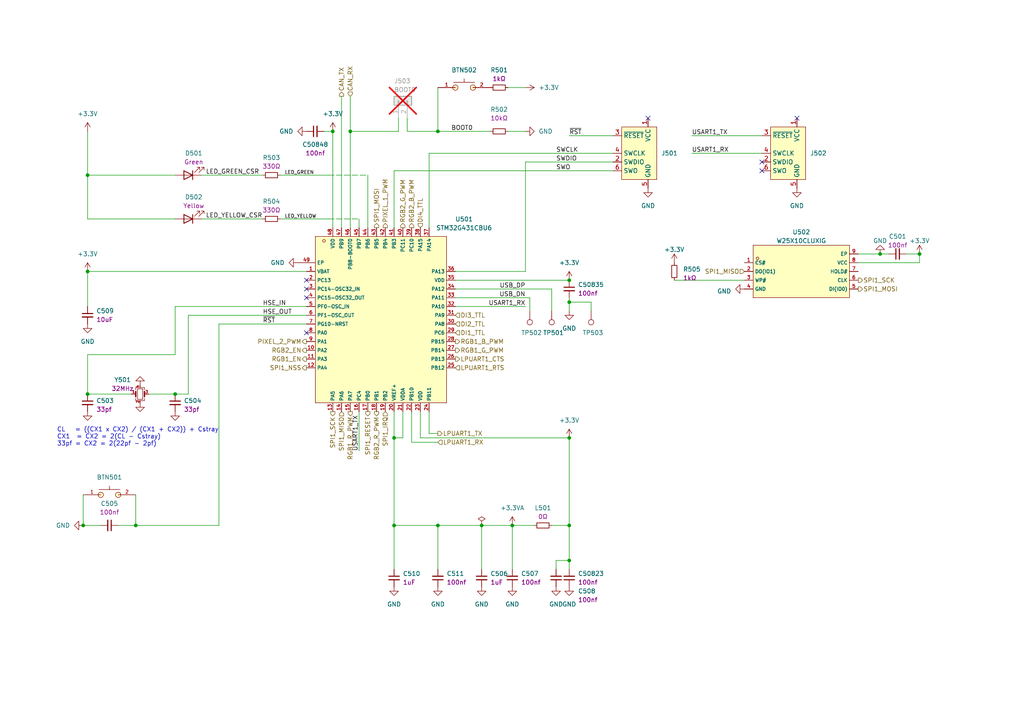
<source format=kicad_sch>
(kicad_sch (version 20230121) (generator eeschema)
  (paper "A4")
  (title_block (title "coneRGB2") (date "2023-03-20") (rev "1") (company "https://cone.codes") (comment 1 "https://github.com/connorrigby/underglow2") (comment 2 "Designed by Connor Rigby") (comment 3 "Main microcontroller handles all core functionality of the device") (comment 4 "STM32G4 Microcontroller"))
  (lib_symbols
    (symbol "Connector:Conn_ARM_SWD_TagConnect_TC2030" (in_bom no)
      (property "Reference" "J" (at 2.54 11.43 0))
      (property "Value" "Conn_ARM_SWD_TagConnect_TC2030" (at 5.08 8.89 0))
      (symbol "Conn_ARM_SWD_TagConnect_TC2030_0_0"
        (pin power_in line (at -2.54 10.16 270) (length 2.54) (name "VCC") (number "1"))
        (pin bidirectional line (at 7.62 -2.54 180) (length 2.54) (name "SWDIO") (number "2"))
        (pin open_collector line (at 7.62 5.08 180) (length 2.54) (name "~{RESET}") (number "3"))
        (pin output line (at 7.62 0 180) (length 2.54) (name "SWCLK") (number "4"))
        (pin power_in line (at -2.54 -10.16 90) (length 2.54) (name "GND") (number "5"))
        (pin input line (at 7.62 -5.08 180) (length 2.54) (name "SWO") (number "6"))
      )
      (symbol "Conn_ARM_SWD_TagConnect_TC2030_0_1"
        (rectangle (start -5.08 7.62) (end 5.08 -7.62) (fill (type background)))
      )
    )
    (symbol "Connector:Conn_ARM_SWD_TagConnect_TC2030-NL" (in_bom no)
      (property "Reference" "J" (at 2.54 11.43 0))
      (property "Value" "Conn_ARM_SWD_TagConnect_TC2030-NL" (at 2.54 8.89 0))
      (symbol "Conn_ARM_SWD_TagConnect_TC2030-NL_0_0"
        (pin power_in line (at -2.54 10.16 270) (length 2.54) (name "VCC") (number "1"))
        (pin bidirectional line (at 7.62 -2.54 180) (length 2.54) (name "SWDIO") (number "2"))
        (pin open_collector line (at 7.62 5.08 180) (length 2.54) (name "~{RESET}") (number "3"))
        (pin output line (at 7.62 0 180) (length 2.54) (name "SWCLK") (number "4"))
        (pin power_in line (at -2.54 -10.16 90) (length 2.54) (name "GND") (number "5"))
        (pin input line (at 7.62 -5.08 180) (length 2.54) (name "SWO") (number "6"))
      )
      (symbol "Conn_ARM_SWD_TagConnect_TC2030-NL_0_1"
        (rectangle (start -5.08 7.62) (end 5.08 -7.62) (fill (type background)))
      )
    )
    (symbol "Connector:TestPoint" (pin_numbers hide) (pin_names (offset 0.762) hide)
      (property "Reference" "TP" (at 0 6.858 0))
      (property "Value" "TestPoint" (at 0 5.08 0))
      (symbol "TestPoint_0_1"
        (circle (center 0 3.302) (radius 0.762))
      )
      (symbol "TestPoint_1_1"
        (pin passive line (at 0 0 90) (length 2.54) (name "1") (number "1"))
      )
    )
    (symbol "Connector_Generic:Conn_01x02" (pin_names (offset 1.016) hide)
      (property "Reference" "J" (at 0 2.54 0))
      (property "Value" "Conn_01x02" (at 0 -5.08 0))
      (symbol "Conn_01x02_1_1"
        (rectangle (start -1.27 -2.413) (end 0 -2.667) (stroke (width 0.1524)))
        (rectangle (start -1.27 0.127) (end 0 -0.127) (stroke (width 0.1524)))
        (rectangle (start -1.27 1.27) (end 1.27 -3.81) (stroke (width 0.254)) (fill (type background)))
        (pin passive line (at -5.08 0 0) (length 3.81) (name "Pin_1") (number "1"))
        (pin passive line (at -5.08 -2.54 0) (length 3.81) (name "Pin_2") (number "2"))
      )
    )
    (symbol "LCSC_Capacitor:C_0402_100nf_X7R" (pin_numbers hide) (pin_names (offset 0.254) hide) (in_bom no)
      (property "Reference" "C" (at 0.254 1.778 0))
      (property "Capacitance" "100nf" (at 0 0 0))
      (symbol "C_0402_100nf_X7R_0_1"
        (polyline (pts (xy -1.524 -0.508) (xy 1.524 -0.508)) (stroke (width 0.3302)))
        (polyline (pts (xy -1.524 0.508) (xy 1.524 0.508)) (stroke (width 0.3048)))
      )
      (symbol "C_0402_100nf_X7R_1_1"
        (pin passive line (at 0 2.54 270) (length 2.032) (name "~") (number "1"))
        (pin passive line (at 0 -2.54 90) (length 2.032) (name "~") (number "2"))
      )
    )
    (symbol "LCSC_Capacitor:C_0402_1u_X5R" (pin_numbers hide) (pin_names (offset 0.254) hide) (in_bom no)
      (property "Reference" "C" (at 0.254 1.778 0))
      (property "Capacitance" "1uF" (at 0 0 0))
      (symbol "C_0402_1u_X5R_0_1"
        (polyline (pts (xy -1.524 -0.508) (xy 1.524 -0.508)) (stroke (width 0.3302)))
        (polyline (pts (xy -1.524 0.508) (xy 1.524 0.508)) (stroke (width 0.3048)))
      )
      (symbol "C_0402_1u_X5R_1_1"
        (pin passive line (at 0 2.54 270) (length 2.032) (name "~") (number "1"))
        (pin passive line (at 0 -2.54 90) (length 2.032) (name "~") (number "2"))
      )
    )
    (symbol "LCSC_Capacitor:C_0402_33p_C0G" (pin_numbers hide) (pin_names (offset 0.254) hide) (in_bom no)
      (property "Reference" "C" (at 0.254 1.778 0))
      (property "Capacitance" "33pf" (at 0 0 0))
      (symbol "C_0402_33p_C0G_0_1"
        (polyline (pts (xy -1.524 -0.508) (xy 1.524 -0.508)) (stroke (width 0.3302)))
        (polyline (pts (xy -1.524 0.508) (xy 1.524 0.508)) (stroke (width 0.3048)))
      )
      (symbol "C_0402_33p_C0G_1_1"
        (pin passive line (at 0 2.54 270) (length 2.032) (name "~") (number "1"))
        (pin passive line (at 0 -2.54 90) (length 2.032) (name "~") (number "2"))
      )
    )
    (symbol "LCSC_Capacitor:C_0805_10u_X5R" (pin_numbers hide) (pin_names (offset 0.254) hide) (in_bom no)
      (property "Reference" "C" (at 0.254 1.778 0))
      (property "Capacitance" "10uF" (at 0 0 0))
      (symbol "C_0805_10u_X5R_0_1"
        (polyline (pts (xy -1.524 -0.508) (xy 1.524 -0.508)) (stroke (width 0.3302)))
        (polyline (pts (xy -1.524 0.508) (xy 1.524 0.508)) (stroke (width 0.3048)))
      )
      (symbol "C_0805_10u_X5R_1_1"
        (pin passive line (at 0 2.54 270) (length 2.032) (name "~") (number "1"))
        (pin passive line (at 0 -2.54 90) (length 2.032) (name "~") (number "2"))
      )
    )
    (symbol "LCSC_Crystal:32_Mhz" (pin_names (offset 1.016) hide) (in_bom no)
      (property "Reference" "Y" (at 1.27 4.445 0))
      (property "Value" "32_Mhz" (at 1.27 2.54 0))
      (property "Frequency" "32MHz" (at 0 0 0))
      (symbol "32_Mhz_0_1"
        (rectangle (start -0.762 -1.524) (end 0.762 1.524))
        (polyline (pts (xy -1.27 -0.762) (xy -1.27 0.762)) (stroke (width 0.381)))
        (polyline (pts (xy 1.27 -0.762) (xy 1.27 0.762)) (stroke (width 0.381)))
        (polyline (pts (xy -1.27 -1.27) (xy -1.27 -1.905) (xy 1.27 -1.905) (xy 1.27 -1.27)))
        (polyline (pts (xy -1.27 1.27) (xy -1.27 1.905) (xy 1.27 1.905) (xy 1.27 1.27)))
      )
      (symbol "32_Mhz_1_1"
        (pin passive line (at -2.54 0 0) (length 1.27) (name "1") (number "1"))
        (pin passive line (at 0 -2.54 90) (length 0.635) (name "2") (number "2"))
        (pin passive line (at 2.54 0 180) (length 1.27) (name "3") (number "3"))
        (pin passive line (at 0 2.54 270) (length 0.635) (name "4") (number "4"))
      )
    )
    (symbol "LCSC_LED:LED_0603_GREEN" (pin_numbers hide) (pin_names (offset 1.016) hide) (in_bom no)
      (property "Reference" "D" (at 0 2.54 0))
      (property "Color" "Green" (at 0 0 0))
      (symbol "LED_0603_GREEN_0_1"
        (polyline (pts (xy -1.27 -1.27) (xy -1.27 1.27)) (stroke (width 0.254)))
        (polyline (pts (xy -1.27 0) (xy 1.27 0)))
        (polyline (pts (xy 1.27 -1.27) (xy 1.27 1.27) (xy -1.27 0) (xy 1.27 -1.27)) (stroke (width 0.254)))
        (polyline (pts (xy -3.048 -0.762) (xy -4.572 -2.286) (xy -3.81 -2.286) (xy -4.572 -2.286) (xy -4.572 -1.524)))
        (polyline (pts (xy -1.778 -0.762) (xy -3.302 -2.286) (xy -2.54 -2.286) (xy -3.302 -2.286) (xy -3.302 -1.524)))
      )
      (symbol "LED_0603_GREEN_1_1"
        (pin passive line (at -3.81 0 0) (length 2.54) (name "K") (number "1"))
        (pin passive line (at 3.81 0 180) (length 2.54) (name "A") (number "2"))
      )
    )
    (symbol "LCSC_LED:LED_0603_YELLOW" (pin_numbers hide) (pin_names (offset 1.016) hide) (in_bom no)
      (property "Reference" "D" (at 0 2.54 0))
      (property "Color" "Yellow" (at 0 0 0))
      (symbol "LED_0603_YELLOW_0_1"
        (polyline (pts (xy -1.27 -1.27) (xy -1.27 1.27)) (stroke (width 0.254)))
        (polyline (pts (xy -1.27 0) (xy 1.27 0)))
        (polyline (pts (xy 1.27 -1.27) (xy 1.27 1.27) (xy -1.27 0) (xy 1.27 -1.27)) (stroke (width 0.254)))
        (polyline (pts (xy -3.048 -0.762) (xy -4.572 -2.286) (xy -3.81 -2.286) (xy -4.572 -2.286) (xy -4.572 -1.524)))
        (polyline (pts (xy -1.778 -0.762) (xy -3.302 -2.286) (xy -2.54 -2.286) (xy -3.302 -2.286) (xy -3.302 -1.524)))
      )
      (symbol "LED_0603_YELLOW_1_1"
        (pin passive line (at -3.81 0 0) (length 2.54) (name "K") (number "1"))
        (pin passive line (at 3.81 0 180) (length 2.54) (name "A") (number "2"))
      )
    )
    (symbol "LCSC_Microcontroller:STM32G431CBU6"
      (property "Reference" "U" (at 0 15.24 0))
      (property "Value" "STM32G431CBU6" (at 0 11.43 0))
      (symbol "STM32G431CBU6_0_1"
        (rectangle (start -20.32 24.13) (end 17.78 -24.13) (fill (type background)))
        (circle (center -17.78 22.86) (radius 0.381) (fill (type background)))
        (pin power_in line (at -22.86 13.97 0) (length 2.54) (name "VBAT") (number "1"))
        (pin bidirectional line (at -22.86 -8.89 0) (length 2.54) (name "PA2") (number "10"))
        (pin bidirectional line (at -22.86 -11.43 0) (length 2.54) (name "PA3") (number "11"))
        (pin bidirectional line (at -22.86 -13.97 0) (length 2.54) (name "PA4") (number "12"))
        (pin bidirectional line (at -15.24 -26.67 90) (length 2.54) (name "PA5") (number "13"))
        (pin bidirectional line (at -12.7 -26.67 90) (length 2.54) (name "PA6") (number "14"))
        (pin bidirectional line (at -10.16 -26.67 90) (length 2.54) (name "PA7") (number "15"))
        (pin bidirectional line (at -7.62 -26.67 90) (length 2.54) (name "PC4") (number "16"))
        (pin bidirectional line (at -5.08 -26.67 90) (length 2.54) (name "PB0") (number "17"))
        (pin bidirectional line (at -2.54 -26.67 90) (length 2.54) (name "PB1") (number "18"))
        (pin bidirectional line (at 0 -26.67 90) (length 2.54) (name "PB2") (number "19"))
        (pin bidirectional line (at -22.86 11.43 0) (length 2.54) (name "PC13") (number "2"))
        (pin power_in line (at 2.54 -26.67 90) (length 2.54) (name "VREF+") (number "20"))
        (pin power_in line (at 5.08 -26.67 90) (length 2.54) (name "VDDA") (number "21"))
        (pin bidirectional line (at 7.62 -26.67 90) (length 2.54) (name "PB10") (number "22"))
        (pin power_in line (at 10.16 -26.67 90) (length 2.54) (name "VDD") (number "23"))
        (pin bidirectional line (at 12.7 -26.67 90) (length 2.54) (name "PB11") (number "24"))
        (pin bidirectional line (at 20.32 -13.97 180) (length 2.54) (name "PB12") (number "25"))
        (pin bidirectional line (at 20.32 -11.43 180) (length 2.54) (name "PB13") (number "26"))
        (pin bidirectional line (at 20.32 -8.89 180) (length 2.54) (name "PB14") (number "27"))
        (pin bidirectional line (at 20.32 -6.35 180) (length 2.54) (name "PB15") (number "28"))
        (pin bidirectional line (at 20.32 -3.81 180) (length 2.54) (name "PC6") (number "29"))
        (pin bidirectional line (at -22.86 8.89 0) (length 2.54) (name "PC14-OSC32_IN") (number "3"))
        (pin bidirectional line (at 20.32 -1.27 180) (length 2.54) (name "PA8") (number "30"))
        (pin bidirectional line (at 20.32 1.27 180) (length 2.54) (name "PA9") (number "31"))
        (pin bidirectional line (at 20.32 3.81 180) (length 2.54) (name "PA10") (number "32"))
        (pin bidirectional line (at 20.32 6.35 180) (length 2.54) (name "PA11") (number "33"))
        (pin bidirectional line (at 20.32 8.89 180) (length 2.54) (name "PA12") (number "34"))
        (pin power_in line (at 20.32 11.43 180) (length 2.54) (name "VDD") (number "35"))
        (pin bidirectional line (at 20.32 13.97 180) (length 2.54) (name "PA13") (number "36"))
        (pin bidirectional line (at 12.7 26.67 270) (length 2.54) (name "PA14") (number "37"))
        (pin bidirectional line (at 10.16 26.67 270) (length 2.54) (name "PA15") (number "38"))
        (pin bidirectional line (at 7.62 26.67 270) (length 2.54) (name "PC10") (number "39"))
        (pin bidirectional line (at -22.86 6.35 0) (length 2.54) (name "PC15-OSC32_OUT") (number "4"))
        (pin bidirectional line (at 5.08 26.67 270) (length 2.54) (name "PC11") (number "40"))
        (pin bidirectional line (at 2.54 26.67 270) (length 2.54) (name "PB3") (number "41"))
        (pin bidirectional line (at 0 26.67 270) (length 2.54) (name "PB4") (number "42"))
        (pin bidirectional line (at -2.54 26.67 270) (length 2.54) (name "PB5") (number "43"))
        (pin bidirectional line (at -5.08 26.67 270) (length 2.54) (name "PB6") (number "44"))
        (pin bidirectional line (at -7.62 26.67 270) (length 2.54) (name "PB7") (number "45"))
        (pin bidirectional line (at -10.16 26.67 270) (length 2.54) (name "PB8-BOOT0") (number "46"))
        (pin bidirectional line (at -12.7 26.67 270) (length 2.54) (name "PB9") (number "47"))
        (pin power_in line (at -15.24 26.67 270) (length 2.54) (name "VDD") (number "48"))
        (pin power_in line (at -25.4 16.51 0) (length 5.08) (name "EP") (number "49"))
        (pin bidirectional line (at -22.86 3.81 0) (length 2.54) (name "PF0-OSC_IN") (number "5"))
        (pin bidirectional line (at -22.86 1.27 0) (length 2.54) (name "PF1-OSC_OUT") (number "6"))
        (pin bidirectional line (at -22.86 -1.27 0) (length 2.54) (name "PG10-NRST") (number "7"))
        (pin bidirectional line (at -22.86 -3.81 0) (length 2.54) (name "PA0") (number "8"))
        (pin bidirectional line (at -22.86 -6.35 0) (length 2.54) (name "PA1") (number "9"))
      )
    )
    (symbol "LCSC_Microcontroller:W25X10CLUXIG"
      (property "Reference" "U" (at 0 8.89 0))
      (property "Value" "W25X10CLUXIG" (at 0 -2.54 0))
      (symbol "W25X10CLUXIG_0_1"
        (rectangle (start -13.97 7.62) (end 13.97 -7.62) (fill (type background)))
        (circle (center -12.7 3.81) (radius 0.381) (fill (type background)))
        (pin input line (at -16.51 2.54 0) (length 2.54) (name "CS#") (number "1"))
        (pin bidirectional line (at -16.51 0 0) (length 2.54) (name "DO(IO1)") (number "2"))
        (pin input line (at -16.51 -2.54 0) (length 2.54) (name "WP#") (number "3"))
        (pin power_in line (at -16.51 -5.08 0) (length 2.54) (name "GND") (number "4"))
        (pin bidirectional line (at 16.51 -5.08 180) (length 2.54) (name "DI(IO0)") (number "5"))
        (pin input line (at 16.51 -2.54 180) (length 2.54) (name "CLK") (number "6"))
        (pin input line (at 16.51 0 180) (length 2.54) (name "HOLD#") (number "7"))
        (pin power_in line (at 16.51 2.54 180) (length 2.54) (name "VCC") (number "8"))
        (pin power_in line (at 16.51 5.08 180) (length 2.54) (name "EP") (number "9"))
      )
    )
    (symbol "LCSC_Resistor:R_0402_0" (pin_numbers hide) (pin_names (offset 0.254) hide) (in_bom no)
      (property "Reference" "R" (at 0.762 0.508 0))
      (property "Resistance" "0Ω" (at 0 0 0))
      (symbol "R_0402_0_0_1"
        (rectangle (start -0.762 1.778) (end 0.762 -1.778) (stroke (width 0.2032)))
      )
      (symbol "R_0402_0_1_1"
        (pin passive line (at 0 2.54 270) (length 0.762) (name "~") (number "1"))
        (pin passive line (at 0 -2.54 90) (length 0.762) (name "~") (number "2"))
      )
    )
    (symbol "LCSC_Resistor:R_0402_10k" (pin_numbers hide) (pin_names (offset 0.254) hide) (in_bom no)
      (property "Reference" "R" (at 0.762 0.508 0))
      (property "Resistance" "10kΩ" (at 0 0 0))
      (symbol "R_0402_10k_0_1"
        (rectangle (start -0.762 1.778) (end 0.762 -1.778) (stroke (width 0.2032)))
      )
      (symbol "R_0402_10k_1_1"
        (pin passive line (at 0 2.54 270) (length 0.762) (name "~") (number "1"))
        (pin passive line (at 0 -2.54 90) (length 0.762) (name "~") (number "2"))
      )
    )
    (symbol "LCSC_Resistor:R_0402_1k" (pin_numbers hide) (pin_names (offset 0.254) hide) (in_bom no)
      (property "Reference" "R" (at 0.762 0.508 0))
      (property "Resistance" "1kΩ" (at 0 0 0))
      (symbol "R_0402_1k_0_1"
        (rectangle (start -0.762 1.778) (end 0.762 -1.778) (stroke (width 0.2032)))
      )
      (symbol "R_0402_1k_1_1"
        (pin passive line (at 0 2.54 270) (length 0.762) (name "~") (number "1"))
        (pin passive line (at 0 -2.54 90) (length 0.762) (name "~") (number "2"))
      )
    )
    (symbol "LCSC_Resistor:R_0603_330" (pin_numbers hide) (pin_names (offset 0.254) hide) (in_bom no)
      (property "Reference" "R" (at 0.762 0.508 0))
      (property "Resistance" "330Ω" (at 0 0 0))
      (symbol "R_0603_330_0_1"
        (rectangle (start -0.762 1.778) (end 0.762 -1.778) (stroke (width 0.2032)))
      )
      (symbol "R_0603_330_1_1"
        (pin passive line (at 0 2.54 270) (length 0.762) (name "~") (number "1"))
        (pin passive line (at 0 -2.54 90) (length 0.762) (name "~") (number "2"))
      )
    )
    (symbol "LCSC_Tactile_Switch:GT-TC029B-H025-L1N" (pin_names hide)
      (property "Reference" "BTN" (at 0 3.81 0))
      (property "MPN" "GT-TC029B-H025-L1N" (at 0 0 0))
      (symbol "GT-TC029B-H025-L1N_0_1"
        (circle (center -2.54 0) (radius 0.762) (fill (type background)))
        (polyline (pts (xy -3.048 1.524) (xy 3.048 1.524)))
        (polyline (pts (xy 0 1.524) (xy 0 2.54)))
        (circle (center 2.54 0) (radius 0.762) (fill (type background)))
        (pin passive line (at -7.62 0 0) (length 5.08) (name "1") (number "1"))
        (pin passive line (at 7.62 0 180) (length 5.08) (name "2") (number "2"))
      )
    )
    (symbol "power:+3.3V" (power) (pin_names (offset 0))
      (property "Value" "+3.3V" (at 0 3.556 0))
      (symbol "+3.3V_0_1"
        (polyline (pts (xy -0.762 1.27) (xy 0 2.54)))
        (polyline (pts (xy 0 0) (xy 0 2.54)))
        (polyline (pts (xy 0 2.54) (xy 0.762 1.27)))
      )
      (symbol "+3.3V_1_1"
        (pin power_in line (at 0 0 90) (length 0) hide (name "+3.3V") (number "1"))
      )
    )
    (symbol "power:+3.3VA" (power) (pin_names (offset 0))
      (property "Value" "+3.3VA" (at 0 3.556 0))
      (symbol "+3.3VA_0_1"
        (polyline (pts (xy -0.762 1.27) (xy 0 2.54)))
        (polyline (pts (xy 0 0) (xy 0 2.54)))
        (polyline (pts (xy 0 2.54) (xy 0.762 1.27)))
      )
      (symbol "+3.3VA_1_1"
        (pin power_in line (at 0 0 90) (length 0) hide (name "+3.3VA") (number "1"))
      )
    )
    (symbol "power:GND" (power) (pin_names (offset 0))
      (property "Value" "GND" (at 0 -3.81 0))
      (symbol "GND_0_1"
        (polyline (pts (xy 0 0) (xy 0 -1.27) (xy 1.27 -1.27) (xy 0 -2.54) (xy -1.27 -1.27) (xy 0 -1.27)))
      )
      (symbol "GND_1_1"
        (pin power_in line (at 0 0 270) (length 0) hide (name "GND") (number "1"))
      )
    )
    (symbol "power:PWR_FLAG" (power) (pin_numbers hide) (pin_names (offset 0) hide)
      (property "Value" "PWR_FLAG" (at 0 3.81 0))
      (symbol "PWR_FLAG_0_0"
        (pin power_out line (at 0 0 90) (length 0) (name "pwr") (number "1"))
      )
      (symbol "PWR_FLAG_0_1"
        (polyline (pts (xy 0 0) (xy 0 1.27) (xy -1.016 1.905) (xy 0 2.54) (xy 1.016 1.905) (xy 0 1.27)))
      )
    )
  )
  (junction (at 255.27 73.66))
  (junction (at 25.4 50.8))
  (junction (at 24.13 152.4))
  (junction (at 165.1 81.28))
  (junction (at 25.4 78.74))
  (junction (at 127 38.1))
  (junction (at 101.6 38.1))
  (junction (at 50.8 114.3))
  (junction (at 114.3 127))
  (junction (at 165.1 87.63))
  (junction (at 165.1 127))
  (junction (at 96.52 38.1))
  (junction (at 165.1 162.56))
  (junction (at 139.7 152.4))
  (junction (at 25.4 114.3))
  (junction (at 114.3 152.4))
  (junction (at 266.7 73.66))
  (junction (at 127 152.4))
  (junction (at 148.59 152.4))
  (junction (at 39.37 152.4))
  (junction (at 165.1 152.4))
  (no_connect (at 231.14 34.29))
  (no_connect (at 88.9 81.28))
  (no_connect (at 88.9 96.52))
  (no_connect (at 220.98 46.99))
  (no_connect (at 187.96 34.29))
  (no_connect (at 88.9 83.82))
  (no_connect (at 220.98 49.53))
  (no_connect (at 88.9 86.36))
  (wire (pts (xy 124.46 66.04) (xy 124.46 44.45)))
  (wire (pts (xy 50.8 88.9) (xy 50.8 102.87)))
  (wire (pts (xy 255.27 73.66) (xy 257.81 73.66)))
  (wire (pts (xy 95.25 50.8) (xy 106.68 50.8)) (stroke (width 0) (type dash)))
  (wire (pts (xy 165.1 127) (xy 165.1 152.4)))
  (wire (pts (xy 115.57 34.29) (xy 115.57 38.1)))
  (wire (pts (xy 25.4 38.1) (xy 25.4 50.8)))
  (wire (pts (xy 147.32 38.1) (xy 152.4 38.1)))
  (wire (pts (xy 114.3 152.4) (xy 114.3 165.1)))
  (wire (pts (xy 63.5 152.4) (xy 39.37 152.4)))
  (wire (pts (xy 132.08 83.82) (xy 160.02 83.82)))
  (wire (pts (xy 132.08 86.36) (xy 153.67 86.36)))
  (wire (pts (xy 101.6 38.1) (xy 101.6 66.04)))
  (wire (pts (xy 39.37 152.4) (xy 34.29 152.4)))
  (wire (pts (xy 165.1 127) (xy 121.92 127)))
  (wire (pts (xy 114.3 49.53) (xy 114.3 66.04)))
  (wire (pts (xy 127 125.73) (xy 124.46 125.73)))
  (wire (pts (xy 165.1 162.56) (xy 165.1 152.4)))
  (wire (pts (xy 161.29 162.56) (xy 165.1 162.56)))
  (wire (pts (xy 124.46 44.45) (xy 177.8 44.45)))
  (wire (pts (xy 165.1 87.63) (xy 165.1 86.36)))
  (wire (pts (xy 160.02 83.82) (xy 160.02 90.17)))
  (wire (pts (xy 132.08 88.9) (xy 152.4 88.9)))
  (wire (pts (xy 104.14 130.81) (xy 104.14 119.38)))
  (wire (pts (xy 25.4 50.8) (xy 50.8 50.8)))
  (wire (pts (xy 114.3 127) (xy 114.3 152.4)))
  (wire (pts (xy 24.13 143.51) (xy 24.13 152.4)))
  (wire (pts (xy 25.4 102.87) (xy 50.8 102.87)))
  (wire (pts (xy 165.1 90.17) (xy 165.1 87.63)))
  (wire (pts (xy 248.92 73.66) (xy 255.27 73.66)))
  (wire (pts (xy 127 38.1) (xy 142.24 38.1)))
  (wire (pts (xy 127 25.4) (xy 127 38.1)))
  (wire (pts (xy 101.6 38.1) (xy 115.57 38.1)))
  (wire (pts (xy 96.52 38.1) (xy 93.98 38.1)))
  (wire (pts (xy 81.28 63.5) (xy 95.25 63.5)))
  (wire (pts (xy 171.45 87.63) (xy 171.45 90.17)))
  (wire (pts (xy 153.67 90.17) (xy 153.67 86.36)))
  (wire (pts (xy 81.28 50.8) (xy 95.25 50.8)))
  (wire (pts (xy 165.1 165.1) (xy 165.1 162.56)))
  (wire (pts (xy 220.98 44.45) (xy 200.66 44.45)))
  (wire (pts (xy 39.37 143.51) (xy 39.37 152.4)))
  (wire (pts (xy 195.58 81.28) (xy 215.9 81.28)))
  (wire (pts (xy 58.42 63.5) (xy 76.2 63.5)))
  (wire (pts (xy 101.6 27.94) (xy 101.6 38.1)))
  (wire (pts (xy 88.9 93.98) (xy 63.5 93.98)))
  (wire (pts (xy 160.02 152.4) (xy 165.1 152.4)))
  (wire (pts (xy 118.11 34.29) (xy 118.11 38.1)))
  (wire (pts (xy 119.38 119.38) (xy 119.38 128.27)))
  (wire (pts (xy 177.8 49.53) (xy 114.3 49.53)))
  (wire (pts (xy 96.52 38.1) (xy 96.52 66.04)))
  (wire (pts (xy 266.7 76.2) (xy 266.7 73.66)))
  (wire (pts (xy 63.5 93.98) (xy 63.5 152.4)))
  (wire (pts (xy 54.61 91.44) (xy 88.9 91.44)))
  (wire (pts (xy 139.7 152.4) (xy 127 152.4)))
  (wire (pts (xy 124.46 125.73) (xy 124.46 119.38)))
  (wire (pts (xy 200.66 39.37) (xy 220.98 39.37)))
  (wire (pts (xy 25.4 78.74) (xy 88.9 78.74)))
  (wire (pts (xy 43.18 114.3) (xy 50.8 114.3)))
  (wire (pts (xy 25.4 63.5) (xy 50.8 63.5)))
  (wire (pts (xy 262.89 73.66) (xy 266.7 73.66)))
  (wire (pts (xy 127 128.27) (xy 119.38 128.27)))
  (wire (pts (xy 121.92 127) (xy 121.92 119.38)))
  (wire (pts (xy 99.06 27.94) (xy 99.06 66.04)))
  (wire (pts (xy 148.59 152.4) (xy 139.7 152.4)))
  (wire (pts (xy 152.4 46.99) (xy 177.8 46.99)))
  (wire (pts (xy 148.59 165.1) (xy 148.59 152.4)))
  (wire (pts (xy 161.29 165.1) (xy 161.29 162.56)))
  (wire (pts (xy 24.13 152.4) (xy 29.21 152.4)))
  (wire (pts (xy 104.14 63.5) (xy 104.14 66.04)))
  (wire (pts (xy 114.3 127) (xy 116.84 127)))
  (wire (pts (xy 116.84 119.38) (xy 116.84 127)))
  (wire (pts (xy 147.32 25.4) (xy 152.4 25.4)))
  (wire (pts (xy 25.4 88.9) (xy 25.4 78.74)))
  (wire (pts (xy 165.1 87.63) (xy 171.45 87.63)))
  (wire (pts (xy 25.4 50.8) (xy 25.4 63.5)))
  (wire (pts (xy 25.4 114.3) (xy 38.1 114.3)))
  (wire (pts (xy 248.92 76.2) (xy 266.7 76.2)))
  (wire (pts (xy 114.3 119.38) (xy 114.3 127)))
  (wire (pts (xy 132.08 78.74) (xy 152.4 78.74)))
  (wire (pts (xy 95.25 63.5) (xy 104.14 63.5)) (stroke (width 0) (type dash)))
  (wire (pts (xy 148.59 152.4) (xy 154.94 152.4)))
  (wire (pts (xy 127 152.4) (xy 114.3 152.4)))
  (wire (pts (xy 177.8 39.37) (xy 165.1 39.37)))
  (wire (pts (xy 58.42 50.8) (xy 76.2 50.8)))
  (wire (pts (xy 50.8 114.3) (xy 54.61 114.3)))
  (wire (pts (xy 50.8 88.9) (xy 88.9 88.9)))
  (wire (pts (xy 152.4 78.74) (xy 152.4 46.99)))
  (wire (pts (xy 132.08 81.28) (xy 165.1 81.28)))
  (wire (pts (xy 127 165.1) (xy 127 152.4)))
  (wire (pts (xy 118.11 38.1) (xy 127 38.1)))
  (wire (pts (xy 25.4 114.3) (xy 25.4 102.87)))
  (wire (pts (xy 106.68 50.8) (xy 106.68 66.04)))
  (wire (pts (xy 54.61 114.3) (xy 54.61 91.44)))
  (wire (pts (xy 139.7 165.1) (xy 139.7 152.4)))
  (text "CL   = ((CX1 x CX2) / (CX1 + CX2)) + Cstray\nCX1  = CX2 = 2(CL - Cstray)\n33pf = CX2 = 2(22pf - 2pf)" (at 16.51 129.54 0) (effects (font (size 1.27 1.27)) (justify left bottom)))
  (label "LED_GREEN" (at 82.55 50.8 0) (effects (font (size 1 1))) (property "Netclass" "GPIO" (effects hide)))
  (label "HSE_OUT" (at 76.2 91.44 0))
  (label "LED_YELLOW" (at 82.55 63.5 0) (effects (font (size 1 1))) (property "Netclass" "GPIO" (effects hide)))
  (label "HSE_IN" (at 76.2 88.9 0))
  (label "LED_GREEN_CSR" (at 59.69 50.8 0) (property "Netclass" "GPIO" (effects hide)))
  (label "USART1_RX" (at 200.66 44.45 0) (property "Netclass" "UART" (effects hide)))
  (label "USART1_TX" (at 200.66 39.37 0) (property "Netclass" "UART" (effects hide)))
  (label "SWCLK" (at 161.29 44.45 0) (property "Netclass" "SPI" (effects hide)))
  (label "SWO" (at 161.29 49.53 0) (property "Netclass" "SPI" (effects hide)))
  (label "USART1_TX" (at 104.14 130.81 90))
  (label "~{RST}" (at 165.1 39.37 0) (property "Netclass" "GPIO" (effects hide)))
  (label "SWDIO" (at 161.29 46.99 0) (property "Netclass" "SPI" (effects hide)))
  (label "USB_DN" (at 152.4 86.36 180) (property "Netclass" "USB" (effects hide)))
  (label "BOOT0" (at 137.16 38.1 180) (property "Netclass" "GPIO" (effects hide)))
  (label "USART1_RX" (at 152.4 88.9 180))
  (label "USB_DP" (at 152.4 83.82 180) (property "Netclass" "USB" (effects hide)))
  (label "LED_YELLOW_CSR" (at 59.69 63.5 0) (property "Netclass" "GPIO" (effects hide)))
  (label "~{RST}" (at 76.2 93.98 0))
  (hierarchical_label "CAN_TX" (shape output) (at 99.06 27.94 90))
  (hierarchical_label "PIXEL_2_PWM" (shape output) (at 88.9 99.06 180))
  (hierarchical_label "PIXEL_1_PWM" (shape output) (at 111.76 66.04 90))
  (hierarchical_label "RGB2_R_PWM" (shape output) (at 109.22 119.38 270))
  (hierarchical_label "SPI1_MISO" (shape input) (at 215.9 78.74 180))
  (hierarchical_label "DI3_TTL" (shape input) (at 132.08 91.44 0))
  (hierarchical_label "LPUART1_RTS" (shape input) (at 132.08 106.68 0))
  (hierarchical_label "DI1_TTL" (shape input) (at 132.08 96.52 0))
  (hierarchical_label "RGB2_G_PWM" (shape output) (at 116.84 66.04 90))
  (hierarchical_label "SPI1_NSS" (shape output) (at 88.9 106.68 180))
  (hierarchical_label "RGB1_B_PWM" (shape output) (at 132.08 99.06 0))
  (hierarchical_label "SPI1_RESET" (shape output) (at 106.68 119.38 270))
  (hierarchical_label "SPI1_MOSI" (shape output) (at 109.22 66.04 90))
  (hierarchical_label "LPUART1_RX" (shape input) (at 127 128.27 0))
  (hierarchical_label "LPUART1_TX" (shape output) (at 127 125.73 0))
  (hierarchical_label "RGB1_R_PWM" (shape output) (at 101.6 119.38 270))
  (hierarchical_label "SPI1_MOSI" (shape output) (at 248.92 83.82 0))
  (hierarchical_label "SPI1_SCK" (shape output) (at 96.52 119.38 270))
  (hierarchical_label "DI2_TTL" (shape input) (at 132.08 93.98 0))
  (hierarchical_label "RGB1_EN" (shape output) (at 88.9 104.14 180))
  (hierarchical_label "DI4_TTL" (shape input) (at 121.92 66.04 90))
  (hierarchical_label "RGB2_EN" (shape output) (at 88.9 101.6 180))
  (hierarchical_label "SPI1_MISO" (shape input) (at 99.06 119.38 270))
  (hierarchical_label "RGB2_B_PWM" (shape output) (at 119.38 66.04 90))
  (hierarchical_label "RGB1_G_PWM" (shape output) (at 132.08 101.6 0))
  (hierarchical_label "SPI1_SCK" (shape output) (at 248.92 81.28 0))
  (hierarchical_label "SPI1_IRQ" (shape input) (at 111.76 119.38 270))
  (hierarchical_label "LPUART1_CTS" (shape output) (at 132.08 104.14 0))
  (hierarchical_label "CAN_RX" (shape input) (at 101.6 27.94 90))
  (symbol (lib_id "power:GND") (at 25.4 119.38 0) (unit 1)
    (property "Reference" "#PWR0142" (effects hide))
    (property "Value" "GND" (effects hide))
  )
  (symbol (lib_id "power:GND") (at 40.64 116.84 0) (unit 1)
    (property "Reference" "#PWR0141" (effects hide))
    (property "Value" "GND" (effects hide))
  )
  (symbol (lib_id "power:PWR_FLAG") (at 139.7 152.4 0) (unit 1)
    (property "Reference" "#FLG0501" (effects hide))
    (property "Value" "PWR_FLAG" (effects hide))
  )
  (symbol (lib_id "power:+3.3V") (at 152.4 25.4 270) (unit 1)
    (property "Reference" "#PWR0502" (effects hide))
    (property "Value" "+3.3V" (at 156.21 25.4 90) (effects (justify left)))
  )
  (symbol (lib_id "LCSC_Microcontroller:W25X10CLUXIG") (at 232.41 78.74 0) (unit 1)
    (property "Reference" "U502" (at 232.41 67.31 0))
    (property "Value" "W25X10CLUXIG" (at 232.41 69.85 0))
    (property "Footprint" "LCSC_Microcontroller:USON-8_L3.0-W2.0-P0.50-BL-EP-1" (effects hide))
    (property "Datasheet" "https://img.jlc.com/pdf/applyPasteComponent/2022-02-21/143148F/fc83f02607784358a8728562a24cd6ca/MX25R2035FZUIL0.pdf" (effects hide))
    (property "LCSC" "C2895612" (effects hide))
  )
  (symbol (lib_id "LCSC_Crystal:32_Mhz") (at 40.64 114.3 0) (unit 1)
    (property "Reference" "Y501" (at 35.56 110.1598 0))
    (property "Value" "32_Mhz" (effects hide))
    (property "Footprint" "Crystal:Crystal_SMD_3225-4Pin_3.2x2.5mm" (effects hide))
    (property "Datasheet" "https://datasheet.lcsc.com/lcsc/2208241730_TAE-Zhejiang-Abel-Elec-TAXM32M4RLBCDT2T_C5143379.pdf" (effects hide))
    (property "MPN" "TAXM32M4RLBCDT2T" (effects hide))
    (property "LCSC" "C5143379" (effects hide))
    (property "Frequency" "32MHz" (at 35.56 112.6998 0))
  )
  (symbol (lib_id "LCSC_Capacitor:C_0402_1u_X5R") (at 114.3 167.64 0) (unit 1)
    (property "Reference" "C510" (at 116.84 166.3762 0) (effects (justify left)))
    (property "Value" "C_0402_1u_X5R" (effects hide))
    (property "Footprint" "Capacitor_SMD:C_0402_1005Metric" (effects hide))
    (property "Datasheet" "https://datasheet.lcsc.com/lcsc/1810252040_Samsung-Electro-Mechanics-CL05A105KL5NRNC_C307413.pdf" (effects hide))
    (property "MPN" "CL05A105KL5NRNC" (effects hide))
    (property "LCSC" "C307413" (effects hide))
    (property "Capacitance" "1uF" (at 116.84 168.9162 0) (effects (justify left)))
    (property "Voltage" "35V" (effects hide))
    (property "Temperature" "X5R" (effects hide))
  )
  (symbol (lib_id "LCSC_Capacitor:C_0402_100nf_X7R") (at 148.59 167.64 180) (unit 1)
    (property "Reference" "C507" (at 151.13 166.3635 0) (effects (justify right)))
    (property "Value" "C_0402_100nf_X7R" (effects hide))
    (property "Footprint" "Capacitor_SMD:C_0402_1005Metric" (effects hide))
    (property "Datasheet" "https://datasheet.lcsc.com/lcsc/1811141731_FH--Guangdong-Fenghua-Advanced-Tech-0402B104K500NT_C110251.pdf" (effects hide))
    (property "MPN" "0402B104K500NT" (effects hide))
    (property "LCSC" "C110251" (effects hide))
    (property "Capacitance" "100nf" (at 151.13 168.9035 0) (effects (justify right)))
    (property "Voltage" "50V" (effects hide))
    (property "Temperature" "X7R" (effects hide))
  )
  (symbol (lib_id "LCSC_Capacitor:C_0402_100nf_X7R") (at 260.35 73.66 90) (unit 1)
    (property "Reference" "C501" (at 260.3563 68.58 90))
    (property "Value" "C_0402_100nf_X7R" (effects hide))
    (property "Footprint" "Capacitor_SMD:C_0402_1005Metric" (effects hide))
    (property "Datasheet" "https://datasheet.lcsc.com/lcsc/1811141731_FH--Guangdong-Fenghua-Advanced-Tech-0402B104K500NT_C110251.pdf" (effects hide))
    (property "MPN" "0402B104K500NT" (effects hide))
    (property "LCSC" "C110251" (effects hide))
    (property "Capacitance" "100nf" (at 260.3563 71.12 90))
    (property "Voltage" "50V" (effects hide))
    (property "Temperature" "X7R" (effects hide))
  )
  (symbol (lib_id "Connector_Generic:Conn_01x02") (at 115.57 29.21 90) (unit 1) (in_bom no) (dnp yes)
    (property "Reference" "J503" (at 114.3 23.495 90) (effects (justify right)))
    (property "Value" "BOOT0" (at 114.3 26.035 90) (effects (justify right)))
    (property "Footprint" "Connector_PinHeader_2.54mm:PinHeader_1x02_P2.54mm_Vertical" (effects hide))
  )
  (symbol (lib_id "Connector:TestPoint") (at 171.45 90.17 180) (unit 1) (in_bom no)
    (property "Reference" "TP503" (at 168.91 96.52 0) (effects (justify right)))
    (property "Value" "GND" (effects hide))
    (property "Footprint" "TestPoint:TestPoint_Pad_D1.0mm" (effects hide))
  )
  (symbol (lib_id "LCSC_Capacitor:C_0402_100nf_X7R") (at 127 167.64 180) (unit 1)
    (property "Reference" "C511" (at 129.54 166.3635 0) (effects (justify right)))
    (property "Value" "C_0402_100nf_X7R" (effects hide))
    (property "Footprint" "Capacitor_SMD:C_0402_1005Metric" (effects hide))
    (property "Datasheet" "https://datasheet.lcsc.com/lcsc/1811141731_FH--Guangdong-Fenghua-Advanced-Tech-0402B104K500NT_C110251.pdf" (effects hide))
    (property "MPN" "0402B104K500NT" (effects hide))
    (property "LCSC" "C110251" (effects hide))
    (property "Capacitance" "100nf" (at 129.54 168.9035 0) (effects (justify right)))
    (property "Voltage" "50V" (effects hide))
    (property "Temperature" "X7R" (effects hide))
  )
  (symbol (lib_id "power:+3.3V") (at 266.7 73.66 0) (unit 1)
    (property "Reference" "#PWR0505" (effects hide))
    (property "Value" "+3.3V" (at 266.7 69.85 0))
  )
  (symbol (lib_id "power:GND") (at 161.29 170.18 0) (unit 1)
    (property "Reference" "#PWR0148" (effects hide))
    (property "Value" "GND" (at 161.29 175.26 0))
  )
  (symbol (lib_id "LCSC_Resistor:R_0402_1k") (at 144.78 25.4 90) (unit 1)
    (property "Reference" "R501" (at 144.78 20.32 90))
    (property "Value" "R_0402_1k" (effects hide))
    (property "Footprint" "Resistor_SMD:R_0402_1005Metric" (effects hide))
    (property "Datasheet" "https://datasheet.lcsc.com/lcsc/2004211032_Resistor-Today-PTFR0402B1K00P9_C478866.pdf" (effects hide))
    (property "MPN" "PTFR0402B1K00P9" (effects hide))
    (property "LCSC" "C478866" (effects hide))
    (property "Resistance" "1kΩ" (at 144.78 22.86 90))
  )
  (symbol (lib_id "power:GND") (at 165.1 90.17 0) (unit 1)
    (property "Reference" "#PWR0134" (effects hide))
    (property "Value" "GND" (at 165.1 95.25 0))
  )
  (symbol (lib_id "power:GND") (at 187.96 54.61 0) (unit 1)
    (property "Reference" "#PWR0160" (effects hide))
    (property "Value" "GND" (at 187.96 59.69 0))
  )
  (symbol (lib_id "power:GND") (at 40.64 111.76 180) (unit 1)
    (property "Reference" "#PWR0138" (effects hide))
    (property "Value" "GND" (effects hide))
  )
  (symbol (lib_id "power:GND") (at 88.9 38.1 270) (unit 1)
    (property "Reference" "#PWR0139" (effects hide))
    (property "Value" "GND" (at 85.09 38.0999 90) (effects (justify right)))
  )
  (symbol (lib_id "LCSC_Capacitor:C_0402_100nf_X7R") (at 165.1 167.64 180) (unit 1)
    (property "Reference" "C50823" (at 167.64 166.3635 0) (effects (justify right)))
    (property "Value" "C_0402_100nf_X7R" (effects hide))
    (property "Footprint" "Capacitor_SMD:C_0402_1005Metric" (effects hide))
    (property "Datasheet" "https://datasheet.lcsc.com/lcsc/1811141731_FH--Guangdong-Fenghua-Advanced-Tech-0402B104K500NT_C110251.pdf" (effects hide))
    (property "MPN" "0402B104K500NT" (effects hide))
    (property "LCSC" "C110251" (effects hide))
    (property "Capacitance" "100nf" (at 167.64 168.9035 0) (effects (justify right)))
    (property "Voltage" "50V" (effects hide))
    (property "Temperature" "X7R" (effects hide))
  )
  (symbol (lib_id "power:GND") (at 165.1 170.18 0) (unit 1)
    (property "Reference" "#PWR0130" (effects hide))
    (property "Value" "GND" (at 165.1 175.26 0))
  )
  (symbol (lib_id "power:GND") (at 148.59 170.18 0) (unit 1)
    (property "Reference" "#PWR0129" (effects hide))
    (property "Value" "GND" (at 148.59 175.26 0))
  )
  (symbol (lib_id "power:+3.3V") (at 165.1 127 0) (unit 1)
    (property "Reference" "#PWR0132" (effects hide))
    (property "Value" "+3.3V" (at 165.1 121.92 0))
  )
  (symbol (lib_id "power:GND") (at 86.36 76.2 270) (unit 1)
    (property "Reference" "#PWR0113" (effects hide))
    (property "Value" "GND" (at 82.55 76.1999 90) (effects (justify right)))
  )
  (symbol (lib_id "LCSC_Resistor:R_0603_330") (at 78.74 63.5 90) (unit 1)
    (property "Reference" "R504" (at 78.74 58.42 90))
    (property "Value" "R_0603_330" (effects hide))
    (property "Footprint" "Resistor_SMD:R_0603_1608Metric" (effects hide))
    (property "Datasheet" "https://datasheet.lcsc.com/lcsc/2204130915_YAGEO-RT0603BRD07330RL_C861328.pdf" (effects hide))
    (property "LCSC" "C861328" (effects hide))
    (property "MPN" "RT0603BRD07330RL" (effects hide))
    (property "Resistance" "330Ω" (at 78.74 60.96 90))
  )
  (symbol (lib_id "Connector:TestPoint") (at 160.02 90.17 180) (unit 1) (in_bom no)
    (property "Reference" "TP501" (at 157.48 96.52 0) (effects (justify right)))
    (property "Value" "DP" (effects hide))
    (property "Footprint" "TestPoint:TestPoint_Pad_D1.0mm" (effects hide))
  )
  (symbol (lib_id "Connector:TestPoint") (at 153.67 90.17 180) (unit 1) (in_bom no)
    (property "Reference" "TP502" (at 151.13 96.52 0) (effects (justify right)))
    (property "Value" "DN" (effects hide))
    (property "Footprint" "TestPoint:TestPoint_Pad_D1.0mm" (effects hide))
  )
  (symbol (lib_id "Connector:Conn_ARM_SWD_TagConnect_TC2030") (at 228.6 44.45 0) (mirror y) (unit 1) (in_bom no)
    (property "Reference" "J502" (at 234.95 44.4499 0) (effects (justify right)))
    (property "Value" "Conn_ARM_SWD_TagConnect_TC2030" (effects hide))
    (property "Footprint" "Connector:Tag-Connect_TC2030-IDC-FP_2x03_P1.27mm_Vertical" (effects hide))
    (property "Datasheet" "https://www.tag-connect.com/wp-content/uploads/bsk-pdf-manager/TC2030-CTX_1.pdf" (effects hide))
  )
  (symbol (lib_id "power:GND") (at 215.9 83.82 270) (unit 1)
    (property "Reference" "#PWR0507" (effects hide))
    (property "Value" "GND" (at 212.09 84.455 90) (effects (justify right)))
  )
  (symbol (lib_id "power:+3.3V") (at 25.4 38.1 0) (unit 1)
    (property "Reference" "#PWR0503" (effects hide))
    (property "Value" "+3.3V" (at 25.4 33.02 0))
  )
  (symbol (lib_id "power:+3.3VA") (at 148.59 152.4 0) (unit 1)
    (property "Reference" "#PWR0131" (effects hide))
    (property "Value" "+3.3VA" (at 148.59 147.32 0))
  )
  (symbol (lib_id "LCSC_Microcontroller:STM32G431CBU6") (at 111.76 92.71 0) (unit 1)
    (property "Reference" "U501" (at 134.62 63.5682 0))
    (property "Value" "STM32G431CBU6" (at 134.62 66.1082 0))
    (property "Footprint" "LCSC_Microcontroller:QFN50P700X700X60-49N" (effects hide))
    (property "Datasheet" "https://www.st.com/resource/en/datasheet/stm32g0b1ce.pdf" (effects hide))
    (property "LCSC" "C529356" (effects hide))
    (property "MPN" "STM32G431CBU6" (effects hide))
  )
  (symbol (lib_id "LCSC_LED:LED_0603_YELLOW") (at 54.61 63.5 180) (unit 1)
    (property "Reference" "D502" (at 56.1975 57.15 0))
    (property "Value" "LED_0603_YELLOW" (effects hide))
    (property "Footprint" "LED_SMD:LED_0603_1608Metric" (effects hide))
    (property "Datasheet" "https://datasheet.lcsc.com/lcsc/1810101813_Everlight-Elec-19-213-Y2C-CQ2R2L-3T-CY_C72038.pdf" (effects hide))
    (property "MPN" "19-213/Y2C-CQ2R2L/3T(CY)" (effects hide))
    (property "LCSC" "C72038" (effects hide))
    (property "Color" "Yellow" (at 56.1975 59.69 0))
  )
  (symbol (lib_id "LCSC_Resistor:R_0402_0") (at 157.48 152.4 90) (unit 1)
    (property "Reference" "L501" (at 157.48 147.32 90))
    (property "Value" "R_0402_0" (effects hide))
    (property "Footprint" "Resistor_SMD:R_0402_1005Metric" (effects hide))
    (property "Datasheet" "https://datasheet.lcsc.com/lcsc/1811081418_RALEC-RTT020000FTH_C102745.pdf" (effects hide))
    (property "MPN" "RTT020000FTH" (effects hide))
    (property "LCSC" "C102745" (effects hide))
    (property "Resistance" "0Ω" (at 157.48 149.86 90))
  )
  (symbol (lib_id "LCSC_Tactile_Switch:GT-TC029B-H025-L1N") (at 134.62 25.4 0) (unit 1)
    (property "Reference" "BTN502" (at 134.62 20.32 0))
    (property "Value" "GT-TC029B-H025-L1N" (effects hide))
    (property "Footprint" "Button:SW-SMD_L3.9-W3.0-P4.45" (effects hide))
    (property "Datasheet" "https://datasheet.lcsc.com/lcsc/2010142035_G-Switch-GT-TC029B-H025-L1N_C843669.pdf" (effects hide))
    (property "LCSC" "C843669" (effects hide))
    (property "MPN" "GT-TC029B-H025-L1N" (effects hide))
  )
  (symbol (lib_id "LCSC_Capacitor:C_0402_100nf_X7R") (at 91.44 38.1 90) (unit 1)
    (property "Reference" "C50848" (at 91.4463 41.91 90))
    (property "Value" "C_0402_100nf_X7R" (effects hide))
    (property "Footprint" "Capacitor_SMD:C_0402_1005Metric" (effects hide))
    (property "Datasheet" "https://datasheet.lcsc.com/lcsc/1811141731_FH--Guangdong-Fenghua-Advanced-Tech-0402B104K500NT_C110251.pdf" (effects hide))
    (property "MPN" "0402B104K500NT" (effects hide))
    (property "LCSC" "C110251" (effects hide))
    (property "Capacitance" "100nf" (at 91.4463 44.45 90))
    (property "Voltage" "50V" (effects hide))
    (property "Temperature" "X7R" (effects hide))
  )
  (symbol (lib_id "power:+3.3V") (at 96.52 38.1 0) (unit 1)
    (property "Reference" "#PWR0140" (effects hide))
    (property "Value" "+3.3V" (at 96.52 33.02 0))
  )
  (symbol (lib_id "LCSC_Capacitor:C_0402_100nf_X7R") (at 161.29 167.64 180) (unit 1)
    (property "Reference" "C508" (at 167.64 171.4435 0) (effects (justify right)))
    (property "Value" "C_0402_100nf_X7R" (effects hide))
    (property "Footprint" "Capacitor_SMD:C_0402_1005Metric" (effects hide))
    (property "Datasheet" "https://datasheet.lcsc.com/lcsc/1811141731_FH--Guangdong-Fenghua-Advanced-Tech-0402B104K500NT_C110251.pdf" (effects hide))
    (property "MPN" "0402B104K500NT" (effects hide))
    (property "LCSC" "C110251" (effects hide))
    (property "Capacitance" "100nf" (at 167.64 173.9835 0) (effects (justify right)))
    (property "Voltage" "50V" (effects hide))
    (property "Temperature" "X7R" (effects hide))
  )
  (symbol (lib_id "LCSC_Capacitor:C_0402_100nf_X7R") (at 31.75 152.4 270) (unit 1)
    (property "Reference" "C505" (at 31.7436 146.05 90))
    (property "Value" "C_0402_100nf_X7R" (effects hide))
    (property "Footprint" "Capacitor_SMD:C_0402_1005Metric" (effects hide))
    (property "Datasheet" "https://datasheet.lcsc.com/lcsc/1811141731_FH--Guangdong-Fenghua-Advanced-Tech-0402B104K500NT_C110251.pdf" (effects hide))
    (property "MPN" "0402B104K500NT" (effects hide))
    (property "LCSC" "C110251" (effects hide))
    (property "Capacitance" "100nf" (at 31.7436 148.59 90))
    (property "Voltage" "50V" (effects hide))
    (property "Temperature" "X7R" (effects hide))
  )
  (symbol (lib_id "power:+3.3V") (at 195.58 76.2 0) (unit 1)
    (property "Reference" "#PWR0504" (effects hide))
    (property "Value" "+3.3V" (at 195.58 72.39 0))
  )
  (symbol (lib_id "power:GND") (at 255.27 73.66 180) (unit 1)
    (property "Reference" "#PWR0506" (effects hide))
    (property "Value" "GND" (at 255.27 69.85 0))
  )
  (symbol (lib_id "power:GND") (at 152.4 38.1 90) (unit 1)
    (property "Reference" "#PWR0501" (effects hide))
    (property "Value" "GND" (at 156.21 38.1 90) (effects (justify right)))
  )
  (symbol (lib_id "power:GND") (at 231.14 54.61 0) (unit 1)
    (property "Reference" "#PWR0161" (effects hide))
    (property "Value" "GND" (at 231.14 59.69 0))
  )
  (symbol (lib_id "LCSC_LED:LED_0603_GREEN") (at 54.61 50.8 180) (unit 1)
    (property "Reference" "D501" (at 56.1975 44.45 0))
    (property "Value" "LED_0603_GREEN" (effects hide))
    (property "Footprint" "LED_SMD:LED_0603_1608Metric" (effects hide))
    (property "Datasheet" "https://datasheet.lcsc.com/lcsc/1912111437_MEIHUA-MHT192UGCT_C389519.pdf" (effects hide))
    (property "MPN" "MHT192UGCT" (effects hide))
    (property "LCSC" "C389519" (effects hide))
    (property "Color" "Green" (at 56.1975 46.99 0))
  )
  (symbol (lib_id "LCSC_Tactile_Switch:GT-TC029B-H025-L1N") (at 31.75 143.51 0) (unit 1)
    (property "Reference" "BTN501" (at 31.75 138.43 0))
    (property "Value" "GT-TC029B-H025-L1N" (effects hide))
    (property "Footprint" "Button:SW-SMD_L3.9-W3.0-P4.45" (effects hide))
    (property "Datasheet" "https://datasheet.lcsc.com/lcsc/2010142035_G-Switch-GT-TC029B-H025-L1N_C843669.pdf" (effects hide))
    (property "LCSC" "C843669" (effects hide))
    (property "MPN" "GT-TC029B-H025-L1N" (effects hide))
  )
  (symbol (lib_id "Connector:Conn_ARM_SWD_TagConnect_TC2030-NL") (at 185.42 44.45 0) (mirror y) (unit 1) (in_bom no)
    (property "Reference" "J501" (at 191.77 44.4499 0) (effects (justify right)))
    (property "Value" "Conn_ARM_SWD_TagConnect_TC2030-NL" (effects hide))
    (property "Footprint" "Connector:Tag-Connect_TC2030-IDC-NL_2x03_P1.27mm_Vertical" (effects hide))
    (property "Datasheet" "https://www.tag-connect.com/wp-content/uploads/bsk-pdf-manager/TC2030-CTX_1.pdf" (effects hide))
  )
  (symbol (lib_id "power:GND") (at 127 170.18 0) (unit 1)
    (property "Reference" "#PWR0127" (effects hide))
    (property "Value" "GND" (at 127 175.26 0))
  )
  (symbol (lib_id "LCSC_Resistor:R_0402_1k") (at 195.58 78.74 0) (unit 1)
    (property "Reference" "R505" (at 198.12 78.105 0) (effects (justify left)))
    (property "Value" "R_0402_1k" (effects hide))
    (property "Footprint" "Resistor_SMD:R_0402_1005Metric" (effects hide))
    (property "Datasheet" "https://datasheet.lcsc.com/lcsc/2004211032_Resistor-Today-PTFR0402B1K00P9_C478866.pdf" (effects hide))
    (property "MPN" "PTFR0402B1K00P9" (effects hide))
    (property "LCSC" "C478866" (effects hide))
    (property "Resistance" "1kΩ" (at 198.12 80.645 0) (effects (justify left)))
  )
  (symbol (lib_id "LCSC_Capacitor:C_0402_100nf_X7R") (at 165.1 83.82 0) (unit 1)
    (property "Reference" "C50835" (at 167.64 82.5562 0) (effects (justify left)))
    (property "Value" "C_0402_100nf_X7R" (effects hide))
    (property "Footprint" "Capacitor_SMD:C_0402_1005Metric" (effects hide))
    (property "Datasheet" "https://datasheet.lcsc.com/lcsc/1811141731_FH--Guangdong-Fenghua-Advanced-Tech-0402B104K500NT_C110251.pdf" (effects hide))
    (property "MPN" "0402B104K500NT" (effects hide))
    (property "LCSC" "C110251" (effects hide))
    (property "Capacitance" "100nf" (at 167.64 85.0962 0) (effects (justify left)))
    (property "Voltage" "50V" (effects hide))
    (property "Temperature" "X7R" (effects hide))
  )
  (symbol (lib_id "power:GND") (at 114.3 170.18 0) (unit 1)
    (property "Reference" "#PWR0126" (effects hide))
    (property "Value" "GND" (at 114.3 175.26 0))
  )
  (symbol (lib_id "LCSC_Resistor:R_0402_10k") (at 144.78 38.1 90) (unit 1)
    (property "Reference" "R502" (at 144.78 31.75 90))
    (property "Value" "R_0402_10k" (effects hide))
    (property "Footprint" "Resistor_SMD:R_0402_1005Metric" (effects hide))
    (property "Datasheet" "https://datasheet.lcsc.com/lcsc/2109301330_Viking-Tech-ARG02BTC1002_C2902636.pdf" (effects hide))
    (property "MPN" "ARG02BTC1002" (effects hide))
    (property "LCSC" "C2902636" (effects hide))
    (property "Resistance" "10kΩ" (at 144.78 34.29 90))
  )
  (symbol (lib_id "LCSC_Capacitor:C_0805_10u_X5R") (at 25.4 91.44 0) (unit 1)
    (property "Reference" "C509" (at 27.94 90.1762 0) (effects (justify left)))
    (property "Value" "C_0805_10u_X5R" (effects hide))
    (property "Footprint" "Capacitor_SMD:C_0805_2012Metric" (effects hide))
    (property "Datasheet" "https://datasheet.lcsc.com/lcsc/1810201234_Murata-Electronics-GRM21BR6YA106KE43L_C162422.pdf" (effects hide))
    (property "Capacitance" "10uF" (at 27.94 92.7162 0) (effects (justify left)))
    (property "LCSC" "C162422" (effects hide))
    (property "MPN" "GRM21BR6YA106KE43L" (effects hide))
    (property "Voltage" "35V" (effects hide))
    (property "Tolerance" "10%" (effects hide))
    (property "Temperature" "X5R" (effects hide))
  )
  (symbol (lib_id "LCSC_Capacitor:C_0402_33p_C0G") (at 50.8 116.84 0) (unit 1)
    (property "Reference" "C504" (at 53.34 116.2113 0) (effects (justify left)))
    (property "Value" "C_0402_33p_C0G" (effects hide))
    (property "Footprint" "Capacitor_SMD:C_0402_1005Metric" (effects hide))
    (property "Datasheet" "https://datasheet.lcsc.com/lcsc/1811081610_Murata-Electronics-GJM1555C1H330GB01D_C76905.pdf" (effects hide))
    (property "Capacitance" "33pf" (at 53.34 118.7513 0) (effects (justify left)))
    (property "LCSC" "C76905" (effects hide))
    (property "Voltage" "50V" (effects hide))
    (property "Tolerance" "2%" (effects hide))
    (property "Temperature" "C0G" (effects hide))
  )
  (symbol (lib_id "power:+3.3V") (at 165.1 81.28 0) (unit 1)
    (property "Reference" "#PWR0133" (effects hide))
    (property "Value" "+3.3V" (at 165.1 76.2 0))
  )
  (symbol (lib_id "power:GND") (at 25.4 93.98 0) (unit 1)
    (property "Reference" "#PWR0136" (effects hide))
    (property "Value" "GND" (at 25.4 99.06 0))
  )
  (symbol (lib_id "LCSC_Resistor:R_0603_330") (at 78.74 50.8 90) (unit 1)
    (property "Reference" "R503" (at 78.74 45.72 90))
    (property "Value" "R_0603_330" (effects hide))
    (property "Footprint" "Resistor_SMD:R_0603_1608Metric" (effects hide))
    (property "Datasheet" "https://datasheet.lcsc.com/lcsc/2204130915_YAGEO-RT0603BRD07330RL_C861328.pdf" (effects hide))
    (property "LCSC" "C861328" (effects hide))
    (property "MPN" "RT0603BRD07330RL" (effects hide))
    (property "Resistance" "330Ω" (at 78.74 48.26 90))
  )
  (symbol (lib_id "power:GND") (at 24.13 152.4 270) (unit 1)
    (property "Reference" "#PWR0143" (effects hide))
    (property "Value" "GND" (at 20.32 152.3999 90) (effects (justify right)))
  )
  (symbol (lib_id "LCSC_Capacitor:C_0402_33p_C0G") (at 25.4 116.84 0) (unit 1)
    (property "Reference" "C503" (at 27.94 116.2113 0) (effects (justify left)))
    (property "Value" "C_0402_33p_C0G" (effects hide))
    (property "Footprint" "Capacitor_SMD:C_0402_1005Metric" (effects hide))
    (property "Datasheet" "https://datasheet.lcsc.com/lcsc/1811081610_Murata-Electronics-GJM1555C1H330GB01D_C76905.pdf" (effects hide))
    (property "Capacitance" "33pf" (at 27.94 118.7513 0) (effects (justify left)))
    (property "LCSC" "C76905" (effects hide))
    (property "Voltage" "50V" (effects hide))
    (property "Tolerance" "2%" (effects hide))
    (property "Temperature" "C0G" (effects hide))
  )
  (symbol (lib_id "LCSC_Capacitor:C_0402_1u_X5R") (at 139.7 167.64 0) (unit 1)
    (property "Reference" "C506" (at 142.24 166.3762 0) (effects (justify left)))
    (property "Value" "C_0402_1u_X5R" (effects hide))
    (property "Footprint" "Capacitor_SMD:C_0402_1005Metric" (effects hide))
    (property "Datasheet" "https://datasheet.lcsc.com/lcsc/1810252040_Samsung-Electro-Mechanics-CL05A105KL5NRNC_C307413.pdf" (effects hide))
    (property "MPN" "CL05A105KL5NRNC" (effects hide))
    (property "LCSC" "C307413" (effects hide))
    (property "Capacitance" "1uF" (at 142.24 168.9162 0) (effects (justify left)))
    (property "Voltage" "35V" (effects hide))
    (property "Temperature" "X5R" (effects hide))
  )
  (symbol (lib_id "power:GND") (at 50.8 119.38 0) (unit 1)
    (property "Reference" "#PWR0137" (effects hide))
    (property "Value" "GND" (effects hide))
  )
  (symbol (lib_id "power:+3.3V") (at 25.4 78.74 0) (unit 1)
    (property "Reference" "#PWR0135" (effects hide))
    (property "Value" "+3.3V" (at 25.4 73.66 0))
  )
  (symbol (lib_id "power:GND") (at 139.7 170.18 0) (unit 1)
    (property "Reference" "#PWR0128" (effects hide))
    (property "Value" "GND" (at 139.7 175.26 0))
  )
)
</source>
